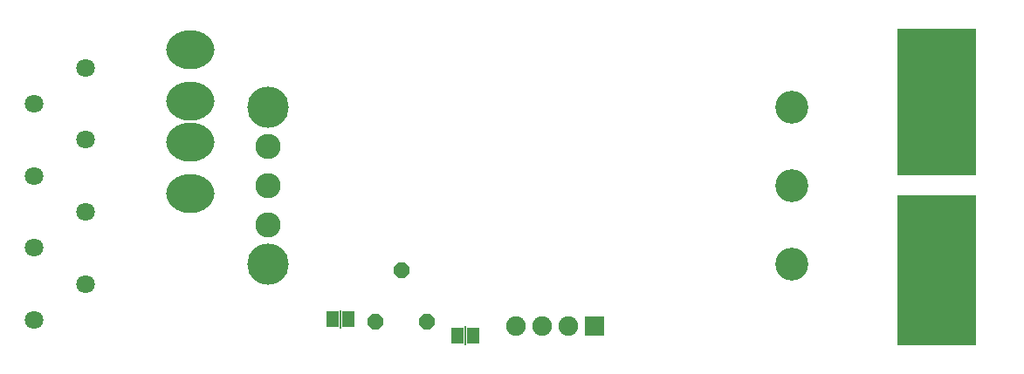
<source format=gbs>
G04 DipTrace 3.2.0.1*
G04 BottomMask.GBS*
%MOIN*%
G04 #@! TF.FileFunction,Soldermask,Bot*
G04 #@! TF.Part,Single*
%AMOUTLINE0*
4,1,8,
0.030488,-0.012629,
0.012629,-0.030488,
-0.012629,-0.030488,
-0.030488,-0.012629,
-0.030488,0.012629,
-0.012629,0.030488,
0.012629,0.030488,
0.030488,0.012629,
0.030488,-0.012629,
0*%
%AMOUTLINE2*
4,1,20,
0.0,0.074835,
0.028382,0.071238,
0.054082,0.060763,
0.074635,0.04432,
0.087965,0.02339,
0.092596,0.0,
0.087965,-0.02339,
0.074635,-0.04432,
0.054082,-0.060763,
0.028382,-0.071238,
0.0,-0.074835,
-0.028382,-0.071238,
-0.054082,-0.060763,
-0.074635,-0.04432,
-0.087965,-0.02339,
-0.092596,0.0,
-0.087965,0.02339,
-0.074635,0.04432,
-0.054082,0.060763,
-0.028382,0.071238,
0.0,0.074835,
0*%
%ADD30R,0.046X0.063*%
%ADD43C,0.070866*%
%ADD45C,0.157874*%
%ADD47C,0.096457*%
%ADD49C,0.125984*%
%ADD51C,0.244094*%
%ADD53C,0.074803*%
%ADD55R,0.074803X0.074803*%
%ADD65OUTLINE0*%
%ADD67OUTLINE2*%
%FSLAX26Y26*%
G04*
G70*
G90*
G75*
G01*
G04 BotMask*
%LPD*%
D55*
X2416240Y118749D3*
D53*
X2316240D3*
X2216240D3*
X2116240D3*
D51*
X3722491Y1131251D3*
Y831251D3*
Y468749D3*
Y168749D3*
D49*
X3169980Y956251D3*
Y656251D3*
Y356251D3*
D47*
X1169980Y656251D3*
Y506251D3*
Y806251D3*
D45*
Y956251D3*
Y356251D3*
D43*
X472491Y1106249D3*
X275640Y968454D3*
X472491Y830659D3*
X275640Y692864D3*
X472491Y555068D3*
X275640Y417273D3*
X472491Y279478D3*
X275640Y141682D3*
D65*
X1678740Y331251D3*
X1777165Y134400D3*
X1580315D3*
G36*
X1443237Y179749D2*
X1449243D1*
Y107749D1*
X1443237D1*
Y179749D1*
G37*
D30*
X1416240Y143749D3*
X1476240D3*
G36*
X1926743Y45251D2*
X1920737D1*
Y117251D1*
X1926743D1*
Y45251D1*
G37*
D30*
X1953740Y81251D3*
X1893740D3*
D67*
X872490Y625000D3*
Y821850D3*
Y979331D3*
Y1176181D3*
G36*
X3572490Y618751D2*
X3872490D1*
Y43749D1*
X3572490D1*
Y618751D1*
G37*
G36*
Y1256251D2*
X3872490D1*
Y693749D1*
X3572490D1*
Y1256251D1*
G37*
M02*

</source>
